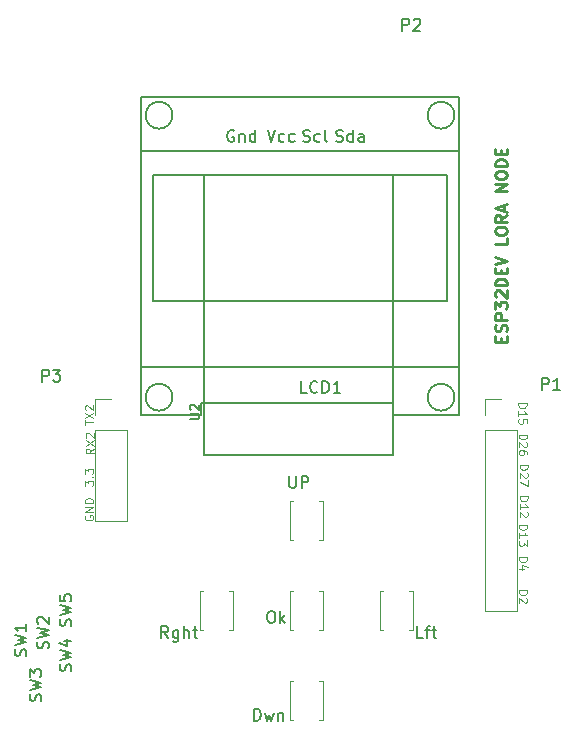
<source format=gbr>
G04 #@! TF.FileFunction,Legend,Top*
%FSLAX46Y46*%
G04 Gerber Fmt 4.6, Leading zero omitted, Abs format (unit mm)*
G04 Created by KiCad (PCBNEW 4.0.4-stable) date 07/08/18 17:05:10*
%MOMM*%
%LPD*%
G01*
G04 APERTURE LIST*
%ADD10C,0.100000*%
%ADD11C,0.250000*%
%ADD12C,0.150000*%
%ADD13C,0.120000*%
%ADD14C,0.160000*%
G04 APERTURE END LIST*
D10*
X148882933Y-109640000D02*
X149582933Y-109640000D01*
X149582933Y-109806666D01*
X149549600Y-109906666D01*
X149482933Y-109973333D01*
X149416267Y-110006666D01*
X149282933Y-110040000D01*
X149182933Y-110040000D01*
X149049600Y-110006666D01*
X148982933Y-109973333D01*
X148916267Y-109906666D01*
X148882933Y-109806666D01*
X148882933Y-109640000D01*
X149516267Y-110306666D02*
X149549600Y-110340000D01*
X149582933Y-110406666D01*
X149582933Y-110573333D01*
X149549600Y-110640000D01*
X149516267Y-110673333D01*
X149449600Y-110706666D01*
X149382933Y-110706666D01*
X149282933Y-110673333D01*
X148882933Y-110273333D01*
X148882933Y-110706666D01*
X149582933Y-110940000D02*
X149582933Y-111406667D01*
X148882933Y-111106667D01*
X148832133Y-107049200D02*
X149532133Y-107049200D01*
X149532133Y-107215866D01*
X149498800Y-107315866D01*
X149432133Y-107382533D01*
X149365467Y-107415866D01*
X149232133Y-107449200D01*
X149132133Y-107449200D01*
X148998800Y-107415866D01*
X148932133Y-107382533D01*
X148865467Y-107315866D01*
X148832133Y-107215866D01*
X148832133Y-107049200D01*
X149465467Y-107715866D02*
X149498800Y-107749200D01*
X149532133Y-107815866D01*
X149532133Y-107982533D01*
X149498800Y-108049200D01*
X149465467Y-108082533D01*
X149398800Y-108115866D01*
X149332133Y-108115866D01*
X149232133Y-108082533D01*
X148832133Y-107682533D01*
X148832133Y-108115866D01*
X149532133Y-108715867D02*
X149532133Y-108582533D01*
X149498800Y-108515867D01*
X149465467Y-108482533D01*
X149365467Y-108415867D01*
X149232133Y-108382533D01*
X148965467Y-108382533D01*
X148898800Y-108415867D01*
X148865467Y-108449200D01*
X148832133Y-108515867D01*
X148832133Y-108649200D01*
X148865467Y-108715867D01*
X148898800Y-108749200D01*
X148965467Y-108782533D01*
X149132133Y-108782533D01*
X149198800Y-108749200D01*
X149232133Y-108715867D01*
X149265467Y-108649200D01*
X149265467Y-108515867D01*
X149232133Y-108449200D01*
X149198800Y-108415867D01*
X149132133Y-108382533D01*
X148882933Y-112281600D02*
X149582933Y-112281600D01*
X149582933Y-112448266D01*
X149549600Y-112548266D01*
X149482933Y-112614933D01*
X149416267Y-112648266D01*
X149282933Y-112681600D01*
X149182933Y-112681600D01*
X149049600Y-112648266D01*
X148982933Y-112614933D01*
X148916267Y-112548266D01*
X148882933Y-112448266D01*
X148882933Y-112281600D01*
X148882933Y-113348266D02*
X148882933Y-112948266D01*
X148882933Y-113148266D02*
X149582933Y-113148266D01*
X149482933Y-113081600D01*
X149416267Y-113014933D01*
X149382933Y-112948266D01*
X149516267Y-113614933D02*
X149549600Y-113648267D01*
X149582933Y-113714933D01*
X149582933Y-113881600D01*
X149549600Y-113948267D01*
X149516267Y-113981600D01*
X149449600Y-114014933D01*
X149382933Y-114014933D01*
X149282933Y-113981600D01*
X148882933Y-113581600D01*
X148882933Y-114014933D01*
X148832133Y-114720000D02*
X149532133Y-114720000D01*
X149532133Y-114886666D01*
X149498800Y-114986666D01*
X149432133Y-115053333D01*
X149365467Y-115086666D01*
X149232133Y-115120000D01*
X149132133Y-115120000D01*
X148998800Y-115086666D01*
X148932133Y-115053333D01*
X148865467Y-114986666D01*
X148832133Y-114886666D01*
X148832133Y-114720000D01*
X148832133Y-115786666D02*
X148832133Y-115386666D01*
X148832133Y-115586666D02*
X149532133Y-115586666D01*
X149432133Y-115520000D01*
X149365467Y-115453333D01*
X149332133Y-115386666D01*
X149532133Y-116020000D02*
X149532133Y-116453333D01*
X149265467Y-116220000D01*
X149265467Y-116320000D01*
X149232133Y-116386667D01*
X149198800Y-116420000D01*
X149132133Y-116453333D01*
X148965467Y-116453333D01*
X148898800Y-116420000D01*
X148865467Y-116386667D01*
X148832133Y-116320000D01*
X148832133Y-116120000D01*
X148865467Y-116053333D01*
X148898800Y-116020000D01*
X148832133Y-117440934D02*
X149532133Y-117440934D01*
X149532133Y-117607600D01*
X149498800Y-117707600D01*
X149432133Y-117774267D01*
X149365467Y-117807600D01*
X149232133Y-117840934D01*
X149132133Y-117840934D01*
X148998800Y-117807600D01*
X148932133Y-117774267D01*
X148865467Y-117707600D01*
X148832133Y-117607600D01*
X148832133Y-117440934D01*
X149298800Y-118440934D02*
X148832133Y-118440934D01*
X149565467Y-118274267D02*
X149065467Y-118107600D01*
X149065467Y-118540934D01*
X148832133Y-120234934D02*
X149532133Y-120234934D01*
X149532133Y-120401600D01*
X149498800Y-120501600D01*
X149432133Y-120568267D01*
X149365467Y-120601600D01*
X149232133Y-120634934D01*
X149132133Y-120634934D01*
X148998800Y-120601600D01*
X148932133Y-120568267D01*
X148865467Y-120501600D01*
X148832133Y-120401600D01*
X148832133Y-120234934D01*
X149465467Y-120901600D02*
X149498800Y-120934934D01*
X149532133Y-121001600D01*
X149532133Y-121168267D01*
X149498800Y-121234934D01*
X149465467Y-121268267D01*
X149398800Y-121301600D01*
X149332133Y-121301600D01*
X149232133Y-121268267D01*
X148832133Y-120868267D01*
X148832133Y-121301600D01*
X148781333Y-104407600D02*
X149481333Y-104407600D01*
X149481333Y-104574266D01*
X149448000Y-104674266D01*
X149381333Y-104740933D01*
X149314667Y-104774266D01*
X149181333Y-104807600D01*
X149081333Y-104807600D01*
X148948000Y-104774266D01*
X148881333Y-104740933D01*
X148814667Y-104674266D01*
X148781333Y-104574266D01*
X148781333Y-104407600D01*
X148781333Y-105474266D02*
X148781333Y-105074266D01*
X148781333Y-105274266D02*
X149481333Y-105274266D01*
X149381333Y-105207600D01*
X149314667Y-105140933D01*
X149281333Y-105074266D01*
X149481333Y-106107600D02*
X149481333Y-105774267D01*
X149148000Y-105740933D01*
X149181333Y-105774267D01*
X149214667Y-105840933D01*
X149214667Y-106007600D01*
X149181333Y-106074267D01*
X149148000Y-106107600D01*
X149081333Y-106140933D01*
X148914667Y-106140933D01*
X148848000Y-106107600D01*
X148814667Y-106074267D01*
X148781333Y-106007600D01*
X148781333Y-105840933D01*
X148814667Y-105774267D01*
X148848000Y-105740933D01*
X112838667Y-108247600D02*
X112505333Y-108480934D01*
X112838667Y-108647600D02*
X112138667Y-108647600D01*
X112138667Y-108380934D01*
X112172000Y-108314267D01*
X112205333Y-108280934D01*
X112272000Y-108247600D01*
X112372000Y-108247600D01*
X112438667Y-108280934D01*
X112472000Y-108314267D01*
X112505333Y-108380934D01*
X112505333Y-108647600D01*
X112138667Y-108014267D02*
X112838667Y-107547600D01*
X112138667Y-107547600D02*
X112838667Y-108014267D01*
X112205333Y-107314267D02*
X112172000Y-107280933D01*
X112138667Y-107214267D01*
X112138667Y-107047600D01*
X112172000Y-106980933D01*
X112205333Y-106947600D01*
X112272000Y-106914267D01*
X112338667Y-106914267D01*
X112438667Y-106947600D01*
X112838667Y-107347600D01*
X112838667Y-106914267D01*
X112087867Y-106225866D02*
X112087867Y-105825866D01*
X112787867Y-106025866D02*
X112087867Y-106025866D01*
X112087867Y-105659200D02*
X112787867Y-105192533D01*
X112087867Y-105192533D02*
X112787867Y-105659200D01*
X112154533Y-104959200D02*
X112121200Y-104925866D01*
X112087867Y-104859200D01*
X112087867Y-104692533D01*
X112121200Y-104625866D01*
X112154533Y-104592533D01*
X112221200Y-104559200D01*
X112287867Y-104559200D01*
X112387867Y-104592533D01*
X112787867Y-104992533D01*
X112787867Y-104559200D01*
X112087867Y-111375733D02*
X112087867Y-110942400D01*
X112354533Y-111175733D01*
X112354533Y-111075733D01*
X112387867Y-111009066D01*
X112421200Y-110975733D01*
X112487867Y-110942400D01*
X112654533Y-110942400D01*
X112721200Y-110975733D01*
X112754533Y-111009066D01*
X112787867Y-111075733D01*
X112787867Y-111275733D01*
X112754533Y-111342400D01*
X112721200Y-111375733D01*
X112721200Y-110642399D02*
X112754533Y-110609066D01*
X112787867Y-110642399D01*
X112754533Y-110675733D01*
X112721200Y-110642399D01*
X112787867Y-110642399D01*
X112087867Y-110375733D02*
X112087867Y-109942400D01*
X112354533Y-110175733D01*
X112354533Y-110075733D01*
X112387867Y-110009066D01*
X112421200Y-109975733D01*
X112487867Y-109942400D01*
X112654533Y-109942400D01*
X112721200Y-109975733D01*
X112754533Y-110009066D01*
X112787867Y-110075733D01*
X112787867Y-110275733D01*
X112754533Y-110342400D01*
X112721200Y-110375733D01*
X112121200Y-113918933D02*
X112087867Y-113985599D01*
X112087867Y-114085599D01*
X112121200Y-114185599D01*
X112187867Y-114252266D01*
X112254533Y-114285599D01*
X112387867Y-114318933D01*
X112487867Y-114318933D01*
X112621200Y-114285599D01*
X112687867Y-114252266D01*
X112754533Y-114185599D01*
X112787867Y-114085599D01*
X112787867Y-114018933D01*
X112754533Y-113918933D01*
X112721200Y-113885599D01*
X112487867Y-113885599D01*
X112487867Y-114018933D01*
X112787867Y-113585599D02*
X112087867Y-113585599D01*
X112787867Y-113185599D01*
X112087867Y-113185599D01*
X112787867Y-112852266D02*
X112087867Y-112852266D01*
X112087867Y-112685600D01*
X112121200Y-112585600D01*
X112187867Y-112518933D01*
X112254533Y-112485600D01*
X112387867Y-112452266D01*
X112487867Y-112452266D01*
X112621200Y-112485600D01*
X112687867Y-112518933D01*
X112754533Y-112585600D01*
X112787867Y-112685600D01*
X112787867Y-112852266D01*
D11*
X147299371Y-99176458D02*
X147299371Y-98843124D01*
X147823181Y-98700267D02*
X147823181Y-99176458D01*
X146823181Y-99176458D01*
X146823181Y-98700267D01*
X147775562Y-98319315D02*
X147823181Y-98176458D01*
X147823181Y-97938362D01*
X147775562Y-97843124D01*
X147727943Y-97795505D01*
X147632705Y-97747886D01*
X147537467Y-97747886D01*
X147442229Y-97795505D01*
X147394610Y-97843124D01*
X147346990Y-97938362D01*
X147299371Y-98128839D01*
X147251752Y-98224077D01*
X147204133Y-98271696D01*
X147108895Y-98319315D01*
X147013657Y-98319315D01*
X146918419Y-98271696D01*
X146870800Y-98224077D01*
X146823181Y-98128839D01*
X146823181Y-97890743D01*
X146870800Y-97747886D01*
X147823181Y-97319315D02*
X146823181Y-97319315D01*
X146823181Y-96938362D01*
X146870800Y-96843124D01*
X146918419Y-96795505D01*
X147013657Y-96747886D01*
X147156514Y-96747886D01*
X147251752Y-96795505D01*
X147299371Y-96843124D01*
X147346990Y-96938362D01*
X147346990Y-97319315D01*
X146823181Y-96414553D02*
X146823181Y-95795505D01*
X147204133Y-96128839D01*
X147204133Y-95985981D01*
X147251752Y-95890743D01*
X147299371Y-95843124D01*
X147394610Y-95795505D01*
X147632705Y-95795505D01*
X147727943Y-95843124D01*
X147775562Y-95890743D01*
X147823181Y-95985981D01*
X147823181Y-96271696D01*
X147775562Y-96366934D01*
X147727943Y-96414553D01*
X146918419Y-95414553D02*
X146870800Y-95366934D01*
X146823181Y-95271696D01*
X146823181Y-95033600D01*
X146870800Y-94938362D01*
X146918419Y-94890743D01*
X147013657Y-94843124D01*
X147108895Y-94843124D01*
X147251752Y-94890743D01*
X147823181Y-95462172D01*
X147823181Y-94843124D01*
X147823181Y-94414553D02*
X146823181Y-94414553D01*
X146823181Y-94176458D01*
X146870800Y-94033600D01*
X146966038Y-93938362D01*
X147061276Y-93890743D01*
X147251752Y-93843124D01*
X147394610Y-93843124D01*
X147585086Y-93890743D01*
X147680324Y-93938362D01*
X147775562Y-94033600D01*
X147823181Y-94176458D01*
X147823181Y-94414553D01*
X147299371Y-93414553D02*
X147299371Y-93081219D01*
X147823181Y-92938362D02*
X147823181Y-93414553D01*
X146823181Y-93414553D01*
X146823181Y-92938362D01*
X146823181Y-92652648D02*
X147823181Y-92319315D01*
X146823181Y-91985981D01*
X147823181Y-90414552D02*
X147823181Y-90890743D01*
X146823181Y-90890743D01*
X146823181Y-89890743D02*
X146823181Y-89700266D01*
X146870800Y-89605028D01*
X146966038Y-89509790D01*
X147156514Y-89462171D01*
X147489848Y-89462171D01*
X147680324Y-89509790D01*
X147775562Y-89605028D01*
X147823181Y-89700266D01*
X147823181Y-89890743D01*
X147775562Y-89985981D01*
X147680324Y-90081219D01*
X147489848Y-90128838D01*
X147156514Y-90128838D01*
X146966038Y-90081219D01*
X146870800Y-89985981D01*
X146823181Y-89890743D01*
X147823181Y-88462171D02*
X147346990Y-88795505D01*
X147823181Y-89033600D02*
X146823181Y-89033600D01*
X146823181Y-88652647D01*
X146870800Y-88557409D01*
X146918419Y-88509790D01*
X147013657Y-88462171D01*
X147156514Y-88462171D01*
X147251752Y-88509790D01*
X147299371Y-88557409D01*
X147346990Y-88652647D01*
X147346990Y-89033600D01*
X147537467Y-88081219D02*
X147537467Y-87605028D01*
X147823181Y-88176457D02*
X146823181Y-87843124D01*
X147823181Y-87509790D01*
X147823181Y-86414552D02*
X146823181Y-86414552D01*
X147823181Y-85843123D01*
X146823181Y-85843123D01*
X146823181Y-85176457D02*
X146823181Y-84985980D01*
X146870800Y-84890742D01*
X146966038Y-84795504D01*
X147156514Y-84747885D01*
X147489848Y-84747885D01*
X147680324Y-84795504D01*
X147775562Y-84890742D01*
X147823181Y-84985980D01*
X147823181Y-85176457D01*
X147775562Y-85271695D01*
X147680324Y-85366933D01*
X147489848Y-85414552D01*
X147156514Y-85414552D01*
X146966038Y-85366933D01*
X146870800Y-85271695D01*
X146823181Y-85176457D01*
X147823181Y-84319314D02*
X146823181Y-84319314D01*
X146823181Y-84081219D01*
X146870800Y-83938361D01*
X146966038Y-83843123D01*
X147061276Y-83795504D01*
X147251752Y-83747885D01*
X147394610Y-83747885D01*
X147585086Y-83795504D01*
X147680324Y-83843123D01*
X147775562Y-83938361D01*
X147823181Y-84081219D01*
X147823181Y-84319314D01*
X147299371Y-83319314D02*
X147299371Y-82985980D01*
X147823181Y-82843123D02*
X147823181Y-83319314D01*
X146823181Y-83319314D01*
X146823181Y-82843123D01*
D12*
X138176000Y-105410000D02*
X143764000Y-105410000D01*
X116840000Y-105410000D02*
X121920000Y-105410000D01*
X121920000Y-105410000D02*
X121920000Y-104394000D01*
X121920000Y-104394000D02*
X138176000Y-104394000D01*
X138176000Y-104394000D02*
X138176000Y-105410000D01*
X117856000Y-85090000D02*
X142748000Y-85090000D01*
X142748000Y-85090000D02*
X142748000Y-95758000D01*
X142748000Y-95758000D02*
X117856000Y-95758000D01*
X117856000Y-95758000D02*
X117856000Y-85090000D01*
X116840000Y-83058000D02*
X143764000Y-83058000D01*
X143764000Y-83058000D02*
X143764000Y-101346000D01*
X143764000Y-101346000D02*
X116840000Y-101346000D01*
X116840000Y-101346000D02*
X116840000Y-83058000D01*
X143375923Y-103886000D02*
G75*
G03X143375923Y-103886000I-1135923J0D01*
G01*
X119499923Y-103886000D02*
G75*
G03X119499923Y-103886000I-1135923J0D01*
G01*
X119499923Y-80010000D02*
G75*
G03X119499923Y-80010000I-1135923J0D01*
G01*
X143375923Y-80010000D02*
G75*
G03X143375923Y-80010000I-1135923J0D01*
G01*
X116840000Y-105410000D02*
X116840000Y-78486000D01*
X116840000Y-78486000D02*
X143764000Y-78486000D01*
X143764000Y-78486000D02*
X143764000Y-105410000D01*
D13*
X145990000Y-106680000D02*
X145990000Y-121980000D01*
X145990000Y-121980000D02*
X148650000Y-121980000D01*
X148650000Y-121980000D02*
X148650000Y-106680000D01*
X148650000Y-106680000D02*
X145990000Y-106680000D01*
X145990000Y-105410000D02*
X145990000Y-104080000D01*
X145990000Y-104080000D02*
X147320000Y-104080000D01*
X112970000Y-106680000D02*
X112970000Y-114360000D01*
X112970000Y-114360000D02*
X115630000Y-114360000D01*
X115630000Y-114360000D02*
X115630000Y-106680000D01*
X115630000Y-106680000D02*
X112970000Y-106680000D01*
X112970000Y-105410000D02*
X112970000Y-104080000D01*
X112970000Y-104080000D02*
X114300000Y-104080000D01*
X131910000Y-115950000D02*
X132210000Y-115950000D01*
X132210000Y-115950000D02*
X132210000Y-112650000D01*
X132210000Y-112650000D02*
X131910000Y-112650000D01*
X129710000Y-115950000D02*
X129410000Y-115950000D01*
X129410000Y-115950000D02*
X129410000Y-112650000D01*
X129410000Y-112650000D02*
X129710000Y-112650000D01*
X129710000Y-120270000D02*
X129410000Y-120270000D01*
X129410000Y-120270000D02*
X129410000Y-123570000D01*
X129410000Y-123570000D02*
X129710000Y-123570000D01*
X131910000Y-120270000D02*
X132210000Y-120270000D01*
X132210000Y-120270000D02*
X132210000Y-123570000D01*
X132210000Y-123570000D02*
X131910000Y-123570000D01*
X129710000Y-127890000D02*
X129410000Y-127890000D01*
X129410000Y-127890000D02*
X129410000Y-131190000D01*
X129410000Y-131190000D02*
X129710000Y-131190000D01*
X131910000Y-127890000D02*
X132210000Y-127890000D01*
X132210000Y-127890000D02*
X132210000Y-131190000D01*
X132210000Y-131190000D02*
X131910000Y-131190000D01*
X139530000Y-123570000D02*
X139830000Y-123570000D01*
X139830000Y-123570000D02*
X139830000Y-120270000D01*
X139830000Y-120270000D02*
X139530000Y-120270000D01*
X137330000Y-123570000D02*
X137030000Y-123570000D01*
X137030000Y-123570000D02*
X137030000Y-120270000D01*
X137030000Y-120270000D02*
X137330000Y-120270000D01*
X122090000Y-120270000D02*
X121790000Y-120270000D01*
X121790000Y-120270000D02*
X121790000Y-123570000D01*
X121790000Y-123570000D02*
X122090000Y-123570000D01*
X124290000Y-120270000D02*
X124590000Y-120270000D01*
X124590000Y-120270000D02*
X124590000Y-123570000D01*
X124590000Y-123570000D02*
X124290000Y-123570000D01*
D12*
X138190000Y-108810000D02*
X122190000Y-108810000D01*
X138190000Y-85110000D02*
X138190000Y-108810000D01*
X122190000Y-85110000D02*
X138190000Y-85110000D01*
X122190000Y-108810000D02*
X122190000Y-85110000D01*
X130862534Y-103525581D02*
X130386343Y-103525581D01*
X130386343Y-102525581D01*
X131767296Y-103430343D02*
X131719677Y-103477962D01*
X131576820Y-103525581D01*
X131481582Y-103525581D01*
X131338724Y-103477962D01*
X131243486Y-103382724D01*
X131195867Y-103287486D01*
X131148248Y-103097010D01*
X131148248Y-102954152D01*
X131195867Y-102763676D01*
X131243486Y-102668438D01*
X131338724Y-102573200D01*
X131481582Y-102525581D01*
X131576820Y-102525581D01*
X131719677Y-102573200D01*
X131767296Y-102620819D01*
X132195867Y-103525581D02*
X132195867Y-102525581D01*
X132433962Y-102525581D01*
X132576820Y-102573200D01*
X132672058Y-102668438D01*
X132719677Y-102763676D01*
X132767296Y-102954152D01*
X132767296Y-103097010D01*
X132719677Y-103287486D01*
X132672058Y-103382724D01*
X132576820Y-103477962D01*
X132433962Y-103525581D01*
X132195867Y-103525581D01*
X133719677Y-103525581D02*
X133148248Y-103525581D01*
X133433962Y-103525581D02*
X133433962Y-102525581D01*
X133338724Y-102668438D01*
X133243486Y-102763676D01*
X133148248Y-102811295D01*
X133349524Y-82214762D02*
X133492381Y-82262381D01*
X133730477Y-82262381D01*
X133825715Y-82214762D01*
X133873334Y-82167143D01*
X133920953Y-82071905D01*
X133920953Y-81976667D01*
X133873334Y-81881429D01*
X133825715Y-81833810D01*
X133730477Y-81786190D01*
X133540000Y-81738571D01*
X133444762Y-81690952D01*
X133397143Y-81643333D01*
X133349524Y-81548095D01*
X133349524Y-81452857D01*
X133397143Y-81357619D01*
X133444762Y-81310000D01*
X133540000Y-81262381D01*
X133778096Y-81262381D01*
X133920953Y-81310000D01*
X134778096Y-82262381D02*
X134778096Y-81262381D01*
X134778096Y-82214762D02*
X134682858Y-82262381D01*
X134492381Y-82262381D01*
X134397143Y-82214762D01*
X134349524Y-82167143D01*
X134301905Y-82071905D01*
X134301905Y-81786190D01*
X134349524Y-81690952D01*
X134397143Y-81643333D01*
X134492381Y-81595714D01*
X134682858Y-81595714D01*
X134778096Y-81643333D01*
X135682858Y-82262381D02*
X135682858Y-81738571D01*
X135635239Y-81643333D01*
X135540001Y-81595714D01*
X135349524Y-81595714D01*
X135254286Y-81643333D01*
X135682858Y-82214762D02*
X135587620Y-82262381D01*
X135349524Y-82262381D01*
X135254286Y-82214762D01*
X135206667Y-82119524D01*
X135206667Y-82024286D01*
X135254286Y-81929048D01*
X135349524Y-81881429D01*
X135587620Y-81881429D01*
X135682858Y-81833810D01*
X130563809Y-82214762D02*
X130706666Y-82262381D01*
X130944762Y-82262381D01*
X131040000Y-82214762D01*
X131087619Y-82167143D01*
X131135238Y-82071905D01*
X131135238Y-81976667D01*
X131087619Y-81881429D01*
X131040000Y-81833810D01*
X130944762Y-81786190D01*
X130754285Y-81738571D01*
X130659047Y-81690952D01*
X130611428Y-81643333D01*
X130563809Y-81548095D01*
X130563809Y-81452857D01*
X130611428Y-81357619D01*
X130659047Y-81310000D01*
X130754285Y-81262381D01*
X130992381Y-81262381D01*
X131135238Y-81310000D01*
X131992381Y-82214762D02*
X131897143Y-82262381D01*
X131706666Y-82262381D01*
X131611428Y-82214762D01*
X131563809Y-82167143D01*
X131516190Y-82071905D01*
X131516190Y-81786190D01*
X131563809Y-81690952D01*
X131611428Y-81643333D01*
X131706666Y-81595714D01*
X131897143Y-81595714D01*
X131992381Y-81643333D01*
X132563809Y-82262381D02*
X132468571Y-82214762D01*
X132420952Y-82119524D01*
X132420952Y-81262381D01*
X127549524Y-81262381D02*
X127882857Y-82262381D01*
X128216191Y-81262381D01*
X128978096Y-82214762D02*
X128882858Y-82262381D01*
X128692381Y-82262381D01*
X128597143Y-82214762D01*
X128549524Y-82167143D01*
X128501905Y-82071905D01*
X128501905Y-81786190D01*
X128549524Y-81690952D01*
X128597143Y-81643333D01*
X128692381Y-81595714D01*
X128882858Y-81595714D01*
X128978096Y-81643333D01*
X129835239Y-82214762D02*
X129740001Y-82262381D01*
X129549524Y-82262381D01*
X129454286Y-82214762D01*
X129406667Y-82167143D01*
X129359048Y-82071905D01*
X129359048Y-81786190D01*
X129406667Y-81690952D01*
X129454286Y-81643333D01*
X129549524Y-81595714D01*
X129740001Y-81595714D01*
X129835239Y-81643333D01*
X124697143Y-81310000D02*
X124601905Y-81262381D01*
X124459048Y-81262381D01*
X124316190Y-81310000D01*
X124220952Y-81405238D01*
X124173333Y-81500476D01*
X124125714Y-81690952D01*
X124125714Y-81833810D01*
X124173333Y-82024286D01*
X124220952Y-82119524D01*
X124316190Y-82214762D01*
X124459048Y-82262381D01*
X124554286Y-82262381D01*
X124697143Y-82214762D01*
X124744762Y-82167143D01*
X124744762Y-81833810D01*
X124554286Y-81833810D01*
X125173333Y-81595714D02*
X125173333Y-82262381D01*
X125173333Y-81690952D02*
X125220952Y-81643333D01*
X125316190Y-81595714D01*
X125459048Y-81595714D01*
X125554286Y-81643333D01*
X125601905Y-81738571D01*
X125601905Y-82262381D01*
X126506667Y-82262381D02*
X126506667Y-81262381D01*
X126506667Y-82214762D02*
X126411429Y-82262381D01*
X126220952Y-82262381D01*
X126125714Y-82214762D01*
X126078095Y-82167143D01*
X126030476Y-82071905D01*
X126030476Y-81786190D01*
X126078095Y-81690952D01*
X126125714Y-81643333D01*
X126220952Y-81595714D01*
X126411429Y-81595714D01*
X126506667Y-81643333D01*
X150798305Y-103271581D02*
X150798305Y-102271581D01*
X151179258Y-102271581D01*
X151274496Y-102319200D01*
X151322115Y-102366819D01*
X151369734Y-102462057D01*
X151369734Y-102604914D01*
X151322115Y-102700152D01*
X151274496Y-102747771D01*
X151179258Y-102795390D01*
X150798305Y-102795390D01*
X152322115Y-103271581D02*
X151750686Y-103271581D01*
X152036400Y-103271581D02*
X152036400Y-102271581D01*
X151941162Y-102414438D01*
X151845924Y-102509676D01*
X151750686Y-102557295D01*
X138961905Y-72842381D02*
X138961905Y-71842381D01*
X139342858Y-71842381D01*
X139438096Y-71890000D01*
X139485715Y-71937619D01*
X139533334Y-72032857D01*
X139533334Y-72175714D01*
X139485715Y-72270952D01*
X139438096Y-72318571D01*
X139342858Y-72366190D01*
X138961905Y-72366190D01*
X139914286Y-71937619D02*
X139961905Y-71890000D01*
X140057143Y-71842381D01*
X140295239Y-71842381D01*
X140390477Y-71890000D01*
X140438096Y-71937619D01*
X140485715Y-72032857D01*
X140485715Y-72128095D01*
X140438096Y-72270952D01*
X139866667Y-72842381D01*
X140485715Y-72842381D01*
X108481905Y-102560381D02*
X108481905Y-101560381D01*
X108862858Y-101560381D01*
X108958096Y-101608000D01*
X109005715Y-101655619D01*
X109053334Y-101750857D01*
X109053334Y-101893714D01*
X109005715Y-101988952D01*
X108958096Y-102036571D01*
X108862858Y-102084190D01*
X108481905Y-102084190D01*
X109386667Y-101560381D02*
X110005715Y-101560381D01*
X109672381Y-101941333D01*
X109815239Y-101941333D01*
X109910477Y-101988952D01*
X109958096Y-102036571D01*
X110005715Y-102131810D01*
X110005715Y-102369905D01*
X109958096Y-102465143D01*
X109910477Y-102512762D01*
X109815239Y-102560381D01*
X109529524Y-102560381D01*
X109434286Y-102512762D01*
X109386667Y-102465143D01*
X107084762Y-125793333D02*
X107132381Y-125650476D01*
X107132381Y-125412380D01*
X107084762Y-125317142D01*
X107037143Y-125269523D01*
X106941905Y-125221904D01*
X106846667Y-125221904D01*
X106751429Y-125269523D01*
X106703810Y-125317142D01*
X106656190Y-125412380D01*
X106608571Y-125602857D01*
X106560952Y-125698095D01*
X106513333Y-125745714D01*
X106418095Y-125793333D01*
X106322857Y-125793333D01*
X106227619Y-125745714D01*
X106180000Y-125698095D01*
X106132381Y-125602857D01*
X106132381Y-125364761D01*
X106180000Y-125221904D01*
X106132381Y-124888571D02*
X107132381Y-124650476D01*
X106418095Y-124459999D01*
X107132381Y-124269523D01*
X106132381Y-124031428D01*
X107132381Y-123126666D02*
X107132381Y-123698095D01*
X107132381Y-123412381D02*
X106132381Y-123412381D01*
X106275238Y-123507619D01*
X106370476Y-123602857D01*
X106418095Y-123698095D01*
X129389286Y-110577381D02*
X129389286Y-111386905D01*
X129436905Y-111482143D01*
X129484524Y-111529762D01*
X129579762Y-111577381D01*
X129770239Y-111577381D01*
X129865477Y-111529762D01*
X129913096Y-111482143D01*
X129960715Y-111386905D01*
X129960715Y-110577381D01*
X130436905Y-111577381D02*
X130436905Y-110577381D01*
X130817858Y-110577381D01*
X130913096Y-110625000D01*
X130960715Y-110672619D01*
X131008334Y-110767857D01*
X131008334Y-110910714D01*
X130960715Y-111005952D01*
X130913096Y-111053571D01*
X130817858Y-111101190D01*
X130436905Y-111101190D01*
X108989762Y-125158333D02*
X109037381Y-125015476D01*
X109037381Y-124777380D01*
X108989762Y-124682142D01*
X108942143Y-124634523D01*
X108846905Y-124586904D01*
X108751667Y-124586904D01*
X108656429Y-124634523D01*
X108608810Y-124682142D01*
X108561190Y-124777380D01*
X108513571Y-124967857D01*
X108465952Y-125063095D01*
X108418333Y-125110714D01*
X108323095Y-125158333D01*
X108227857Y-125158333D01*
X108132619Y-125110714D01*
X108085000Y-125063095D01*
X108037381Y-124967857D01*
X108037381Y-124729761D01*
X108085000Y-124586904D01*
X108037381Y-124253571D02*
X109037381Y-124015476D01*
X108323095Y-123824999D01*
X109037381Y-123634523D01*
X108037381Y-123396428D01*
X108132619Y-123063095D02*
X108085000Y-123015476D01*
X108037381Y-122920238D01*
X108037381Y-122682142D01*
X108085000Y-122586904D01*
X108132619Y-122539285D01*
X108227857Y-122491666D01*
X108323095Y-122491666D01*
X108465952Y-122539285D01*
X109037381Y-123110714D01*
X109037381Y-122491666D01*
X127770000Y-122007381D02*
X127960477Y-122007381D01*
X128055715Y-122055000D01*
X128150953Y-122150238D01*
X128198572Y-122340714D01*
X128198572Y-122674048D01*
X128150953Y-122864524D01*
X128055715Y-122959762D01*
X127960477Y-123007381D01*
X127770000Y-123007381D01*
X127674762Y-122959762D01*
X127579524Y-122864524D01*
X127531905Y-122674048D01*
X127531905Y-122340714D01*
X127579524Y-122150238D01*
X127674762Y-122055000D01*
X127770000Y-122007381D01*
X128627143Y-123007381D02*
X128627143Y-122007381D01*
X128722381Y-122626429D02*
X129008096Y-123007381D01*
X129008096Y-122340714D02*
X128627143Y-122721667D01*
X108354762Y-129603333D02*
X108402381Y-129460476D01*
X108402381Y-129222380D01*
X108354762Y-129127142D01*
X108307143Y-129079523D01*
X108211905Y-129031904D01*
X108116667Y-129031904D01*
X108021429Y-129079523D01*
X107973810Y-129127142D01*
X107926190Y-129222380D01*
X107878571Y-129412857D01*
X107830952Y-129508095D01*
X107783333Y-129555714D01*
X107688095Y-129603333D01*
X107592857Y-129603333D01*
X107497619Y-129555714D01*
X107450000Y-129508095D01*
X107402381Y-129412857D01*
X107402381Y-129174761D01*
X107450000Y-129031904D01*
X107402381Y-128698571D02*
X108402381Y-128460476D01*
X107688095Y-128269999D01*
X108402381Y-128079523D01*
X107402381Y-127841428D01*
X107402381Y-127555714D02*
X107402381Y-126936666D01*
X107783333Y-127270000D01*
X107783333Y-127127142D01*
X107830952Y-127031904D01*
X107878571Y-126984285D01*
X107973810Y-126936666D01*
X108211905Y-126936666D01*
X108307143Y-126984285D01*
X108354762Y-127031904D01*
X108402381Y-127127142D01*
X108402381Y-127412857D01*
X108354762Y-127508095D01*
X108307143Y-127555714D01*
X126396905Y-131262381D02*
X126396905Y-130262381D01*
X126635000Y-130262381D01*
X126777858Y-130310000D01*
X126873096Y-130405238D01*
X126920715Y-130500476D01*
X126968334Y-130690952D01*
X126968334Y-130833810D01*
X126920715Y-131024286D01*
X126873096Y-131119524D01*
X126777858Y-131214762D01*
X126635000Y-131262381D01*
X126396905Y-131262381D01*
X127301667Y-130595714D02*
X127492143Y-131262381D01*
X127682620Y-130786190D01*
X127873096Y-131262381D01*
X128063572Y-130595714D01*
X128444524Y-130595714D02*
X128444524Y-131262381D01*
X128444524Y-130690952D02*
X128492143Y-130643333D01*
X128587381Y-130595714D01*
X128730239Y-130595714D01*
X128825477Y-130643333D01*
X128873096Y-130738571D01*
X128873096Y-131262381D01*
X110894762Y-127063333D02*
X110942381Y-126920476D01*
X110942381Y-126682380D01*
X110894762Y-126587142D01*
X110847143Y-126539523D01*
X110751905Y-126491904D01*
X110656667Y-126491904D01*
X110561429Y-126539523D01*
X110513810Y-126587142D01*
X110466190Y-126682380D01*
X110418571Y-126872857D01*
X110370952Y-126968095D01*
X110323333Y-127015714D01*
X110228095Y-127063333D01*
X110132857Y-127063333D01*
X110037619Y-127015714D01*
X109990000Y-126968095D01*
X109942381Y-126872857D01*
X109942381Y-126634761D01*
X109990000Y-126491904D01*
X109942381Y-126158571D02*
X110942381Y-125920476D01*
X110228095Y-125729999D01*
X110942381Y-125539523D01*
X109942381Y-125301428D01*
X110275714Y-124491904D02*
X110942381Y-124491904D01*
X109894762Y-124730000D02*
X110609048Y-124968095D01*
X110609048Y-124349047D01*
X140708095Y-124277381D02*
X140231904Y-124277381D01*
X140231904Y-123277381D01*
X140898571Y-123610714D02*
X141279523Y-123610714D01*
X141041428Y-124277381D02*
X141041428Y-123420238D01*
X141089047Y-123325000D01*
X141184285Y-123277381D01*
X141279523Y-123277381D01*
X141470000Y-123610714D02*
X141850952Y-123610714D01*
X141612857Y-123277381D02*
X141612857Y-124134524D01*
X141660476Y-124229762D01*
X141755714Y-124277381D01*
X141850952Y-124277381D01*
X110894762Y-123253333D02*
X110942381Y-123110476D01*
X110942381Y-122872380D01*
X110894762Y-122777142D01*
X110847143Y-122729523D01*
X110751905Y-122681904D01*
X110656667Y-122681904D01*
X110561429Y-122729523D01*
X110513810Y-122777142D01*
X110466190Y-122872380D01*
X110418571Y-123062857D01*
X110370952Y-123158095D01*
X110323333Y-123205714D01*
X110228095Y-123253333D01*
X110132857Y-123253333D01*
X110037619Y-123205714D01*
X109990000Y-123158095D01*
X109942381Y-123062857D01*
X109942381Y-122824761D01*
X109990000Y-122681904D01*
X109942381Y-122348571D02*
X110942381Y-122110476D01*
X110228095Y-121919999D01*
X110942381Y-121729523D01*
X109942381Y-121491428D01*
X109942381Y-120634285D02*
X109942381Y-121110476D01*
X110418571Y-121158095D01*
X110370952Y-121110476D01*
X110323333Y-121015238D01*
X110323333Y-120777142D01*
X110370952Y-120681904D01*
X110418571Y-120634285D01*
X110513810Y-120586666D01*
X110751905Y-120586666D01*
X110847143Y-120634285D01*
X110894762Y-120681904D01*
X110942381Y-120777142D01*
X110942381Y-121015238D01*
X110894762Y-121110476D01*
X110847143Y-121158095D01*
X119134048Y-124277381D02*
X118800714Y-123801190D01*
X118562619Y-124277381D02*
X118562619Y-123277381D01*
X118943572Y-123277381D01*
X119038810Y-123325000D01*
X119086429Y-123372619D01*
X119134048Y-123467857D01*
X119134048Y-123610714D01*
X119086429Y-123705952D01*
X119038810Y-123753571D01*
X118943572Y-123801190D01*
X118562619Y-123801190D01*
X119991191Y-123610714D02*
X119991191Y-124420238D01*
X119943572Y-124515476D01*
X119895953Y-124563095D01*
X119800714Y-124610714D01*
X119657857Y-124610714D01*
X119562619Y-124563095D01*
X119991191Y-124229762D02*
X119895953Y-124277381D01*
X119705476Y-124277381D01*
X119610238Y-124229762D01*
X119562619Y-124182143D01*
X119515000Y-124086905D01*
X119515000Y-123801190D01*
X119562619Y-123705952D01*
X119610238Y-123658333D01*
X119705476Y-123610714D01*
X119895953Y-123610714D01*
X119991191Y-123658333D01*
X120467381Y-124277381D02*
X120467381Y-123277381D01*
X120895953Y-124277381D02*
X120895953Y-123753571D01*
X120848334Y-123658333D01*
X120753096Y-123610714D01*
X120610238Y-123610714D01*
X120515000Y-123658333D01*
X120467381Y-123705952D01*
X121229286Y-123610714D02*
X121610238Y-123610714D01*
X121372143Y-123277381D02*
X121372143Y-124134524D01*
X121419762Y-124229762D01*
X121515000Y-124277381D01*
X121610238Y-124277381D01*
D14*
X120973905Y-105765524D02*
X121621524Y-105765524D01*
X121697714Y-105727429D01*
X121735810Y-105689333D01*
X121773905Y-105613143D01*
X121773905Y-105460762D01*
X121735810Y-105384571D01*
X121697714Y-105346476D01*
X121621524Y-105308381D01*
X120973905Y-105308381D01*
X121050095Y-104965524D02*
X121012000Y-104927429D01*
X120973905Y-104851238D01*
X120973905Y-104660762D01*
X121012000Y-104584572D01*
X121050095Y-104546476D01*
X121126286Y-104508381D01*
X121202476Y-104508381D01*
X121316762Y-104546476D01*
X121773905Y-105003619D01*
X121773905Y-104508381D01*
M02*

</source>
